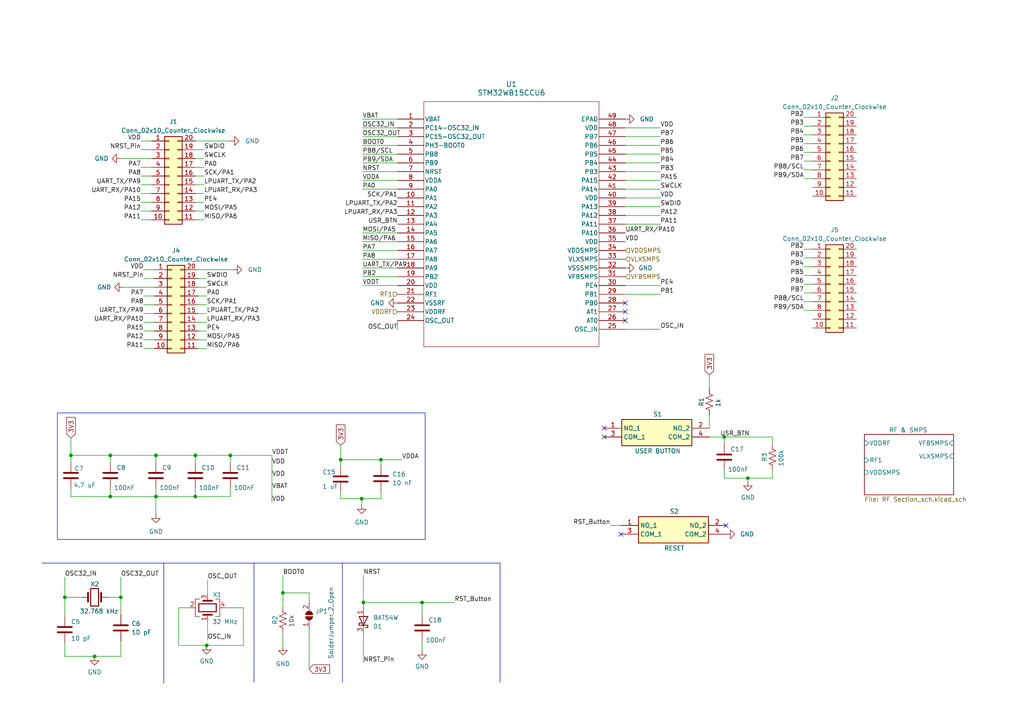
<source format=kicad_sch>
(kicad_sch (version 20230121) (generator eeschema)
  (paper "A4")
  (title_block (date "2023-12-16"))
  (lib_symbols
    (symbol "Connector_Generic:Conn_02x10_Counter_Clockwise" (pin_names (offset 1.016) hide)
      (property "Reference" "J" (at 1.27 12.7 0))
      (property "Value" "Conn_02x10_Counter_Clockwise" (at 1.27 -15.24 0))
      (symbol "Conn_02x10_Counter_Clockwise_1_1"
        (rectangle (start -1.27 -12.573) (end 0 -12.827) (stroke (width 0.1524)))
        (rectangle (start -1.27 -10.033) (end 0 -10.287) (stroke (width 0.1524)))
        (rectangle (start -1.27 -7.493) (end 0 -7.747) (stroke (width 0.1524)))
        (rectangle (start -1.27 -4.953) (end 0 -5.207) (stroke (width 0.1524)))
        (rectangle (start -1.27 -2.413) (end 0 -2.667) (stroke (width 0.1524)))
        (rectangle (start -1.27 0.127) (end 0 -0.127) (stroke (width 0.1524)))
        (rectangle (start -1.27 2.667) (end 0 2.413) (stroke (width 0.1524)))
        (rectangle (start -1.27 5.207) (end 0 4.953) (stroke (width 0.1524)))
        (rectangle (start -1.27 7.747) (end 0 7.493) (stroke (width 0.1524)))
        (rectangle (start -1.27 10.287) (end 0 10.033) (stroke (width 0.1524)))
        (rectangle (start -1.27 11.43) (end 3.81 -13.97) (stroke (width 0.254)) (fill (type background)))
        (rectangle (start 3.81 -12.573) (end 2.54 -12.827) (stroke (width 0.1524)))
        (rectangle (start 3.81 -10.033) (end 2.54 -10.287) (stroke (width 0.1524)))
        (rectangle (start 3.81 -7.493) (end 2.54 -7.747) (stroke (width 0.1524)))
        (rectangle (start 3.81 -4.953) (end 2.54 -5.207) (stroke (width 0.1524)))
        (rectangle (start 3.81 -2.413) (end 2.54 -2.667) (stroke (width 0.1524)))
        (rectangle (start 3.81 0.127) (end 2.54 -0.127) (stroke (width 0.1524)))
        (rectangle (start 3.81 2.667) (end 2.54 2.413) (stroke (width 0.1524)))
        (rectangle (start 3.81 5.207) (end 2.54 4.953) (stroke (width 0.1524)))
        (rectangle (start 3.81 7.747) (end 2.54 7.493) (stroke (width 0.1524)))
        (rectangle (start 3.81 10.287) (end 2.54 10.033) (stroke (width 0.1524)))
        (pin passive line (at -5.08 10.16 0) (length 3.81) (name "Pin_1") (number "1"))
        (pin passive line (at -5.08 -12.7 0) (length 3.81) (name "Pin_10") (number "10"))
        (pin passive line (at 7.62 -12.7 180) (length 3.81) (name "Pin_11") (number "11"))
        (pin passive line (at 7.62 -10.16 180) (length 3.81) (name "Pin_12") (number "12"))
        (pin passive line (at 7.62 -7.62 180) (length 3.81) (name "Pin_13") (number "13"))
        (pin passive line (at 7.62 -5.08 180) (length 3.81) (name "Pin_14") (number "14"))
        (pin passive line (at 7.62 -2.54 180) (length 3.81) (name "Pin_15") (number "15"))
        (pin passive line (at 7.62 0 180) (length 3.81) (name "Pin_16") (number "16"))
        (pin passive line (at 7.62 2.54 180) (length 3.81) (name "Pin_17") (number "17"))
        (pin passive line (at 7.62 5.08 180) (length 3.81) (name "Pin_18") (number "18"))
        (pin passive line (at 7.62 7.62 180) (length 3.81) (name "Pin_19") (number "19"))
        (pin passive line (at -5.08 7.62 0) (length 3.81) (name "Pin_2") (number "2"))
        (pin passive line (at 7.62 10.16 180) (length 3.81) (name "Pin_20") (number "20"))
        (pin passive line (at -5.08 5.08 0) (length 3.81) (name "Pin_3") (number "3"))
        (pin passive line (at -5.08 2.54 0) (length 3.81) (name "Pin_4") (number "4"))
        (pin passive line (at -5.08 0 0) (length 3.81) (name "Pin_5") (number "5"))
        (pin passive line (at -5.08 -2.54 0) (length 3.81) (name "Pin_6") (number "6"))
        (pin passive line (at -5.08 -5.08 0) (length 3.81) (name "Pin_7") (number "7"))
        (pin passive line (at -5.08 -7.62 0) (length 3.81) (name "Pin_8") (number "8"))
        (pin passive line (at -5.08 -10.16 0) (length 3.81) (name "Pin_9") (number "9"))
      )
    )
    (symbol "Device:C" (pin_numbers hide) (pin_names (offset 0.254))
      (property "Reference" "C" (at 0.635 2.54 0))
      (property "Value" "C" (at 0.635 -2.54 0))
      (symbol "C_0_1"
        (polyline (pts (xy -2.032 -0.762) (xy 2.032 -0.762)) (stroke (width 0.508)))
        (polyline (pts (xy -2.032 0.762) (xy 2.032 0.762)) (stroke (width 0.508)))
      )
      (symbol "C_1_1"
        (pin passive line (at 0 3.81 270) (length 2.794) (name "~") (number "1"))
        (pin passive line (at 0 -3.81 90) (length 2.794) (name "~") (number "2"))
      )
    )
    (symbol "Device:Crystal" (pin_numbers hide) (pin_names (offset 1.016) hide)
      (property "Reference" "Y" (at 0 3.81 0))
      (property "Value" "Crystal" (at 0 -3.81 0))
      (symbol "Crystal_0_1"
        (rectangle (start -1.143 2.54) (end 1.143 -2.54) (stroke (width 0.3048)))
        (polyline (pts (xy -2.54 0) (xy -1.905 0)))
        (polyline (pts (xy -1.905 -1.27) (xy -1.905 1.27)) (stroke (width 0.508)))
        (polyline (pts (xy 1.905 -1.27) (xy 1.905 1.27)) (stroke (width 0.508)))
        (polyline (pts (xy 2.54 0) (xy 1.905 0)))
      )
      (symbol "Crystal_1_1"
        (pin passive line (at -3.81 0 0) (length 1.27) (name "1") (number "1"))
        (pin passive line (at 3.81 0 180) (length 1.27) (name "2") (number "2"))
      )
    )
    (symbol "Device:Crystal_GND24" (pin_names (offset 1.016) hide)
      (property "Reference" "Y" (at 3.175 5.08 0))
      (property "Value" "Crystal_GND24" (at 3.175 3.175 0))
      (symbol "Crystal_GND24_0_1"
        (rectangle (start -1.143 2.54) (end 1.143 -2.54) (stroke (width 0.3048)))
        (polyline (pts (xy -2.54 0) (xy -2.032 0)))
        (polyline (pts (xy -2.032 -1.27) (xy -2.032 1.27)) (stroke (width 0.508)))
        (polyline (pts (xy 0 -3.81) (xy 0 -3.556)))
        (polyline (pts (xy 0 3.556) (xy 0 3.81)))
        (polyline (pts (xy 2.032 -1.27) (xy 2.032 1.27)) (stroke (width 0.508)))
        (polyline (pts (xy 2.032 0) (xy 2.54 0)))
        (polyline (pts (xy -2.54 -2.286) (xy -2.54 -3.556) (xy 2.54 -3.556) (xy 2.54 -2.286)))
        (polyline (pts (xy -2.54 2.286) (xy -2.54 3.556) (xy 2.54 3.556) (xy 2.54 2.286)))
      )
      (symbol "Crystal_GND24_1_1"
        (pin passive line (at -3.81 0 0) (length 1.27) (name "1") (number "1"))
        (pin passive line (at 0 5.08 270) (length 1.27) (name "2") (number "2"))
        (pin passive line (at 3.81 0 180) (length 1.27) (name "3") (number "3"))
        (pin passive line (at 0 -5.08 90) (length 1.27) (name "4") (number "4"))
      )
    )
    (symbol "Device:R_US" (pin_numbers hide) (pin_names (offset 0))
      (property "Reference" "R" (at 2.54 0 90))
      (property "Value" "R_US" (at -2.54 0 90))
      (symbol "R_US_0_1"
        (polyline (pts (xy 0 -2.286) (xy 0 -2.54)))
        (polyline (pts (xy 0 2.286) (xy 0 2.54)))
        (polyline (pts (xy 0 -0.762) (xy 1.016 -1.143) (xy 0 -1.524) (xy -1.016 -1.905) (xy 0 -2.286)))
        (polyline (pts (xy 0 0.762) (xy 1.016 0.381) (xy 0 0) (xy -1.016 -0.381) (xy 0 -0.762)))
        (polyline (pts (xy 0 2.286) (xy 1.016 1.905) (xy 0 1.524) (xy -1.016 1.143) (xy 0 0.762)))
      )
      (symbol "R_US_1_1"
        (pin passive line (at 0 3.81 270) (length 1.27) (name "~") (number "1"))
        (pin passive line (at 0 -3.81 90) (length 1.27) (name "~") (number "2"))
      )
    )
    (symbol "Diode:BAT54W" (pin_names (offset 1.016) hide)
      (property "Reference" "D" (at 0 2.54 0))
      (property "Value" "BAT54W" (at 0 -2.54 0))
      (symbol "BAT54W_0_1"
        (polyline (pts (xy 1.27 0) (xy -1.27 0)))
        (polyline (pts (xy 1.27 1.27) (xy 1.27 -1.27) (xy -1.27 0) (xy 1.27 1.27)) (stroke (width 0.254)))
        (polyline (pts (xy -1.905 0.635) (xy -1.905 1.27) (xy -1.27 1.27) (xy -1.27 -1.27) (xy -0.635 -1.27) (xy -0.635 -0.635)) (stroke (width 0.254)))
      )
      (symbol "BAT54W_1_1"
        (pin passive line (at 3.81 0 180) (length 2.54) (name "A") (number "1"))
        (pin no_connect line (at 0 0 90) (length 2.54) hide (name "NC") (number "2"))
        (pin passive line (at -3.81 0 0) (length 2.54) (name "K") (number "3"))
      )
    )
    (symbol "Jumper:SolderJumper_2_Open" (pin_names (offset 0) hide)
      (property "Reference" "JP" (at 0 2.032 0))
      (property "Value" "SolderJumper_2_Open" (at 0 -2.54 0))
      (symbol "SolderJumper_2_Open_0_1"
        (arc (start -0.254 1.016) (mid -1.2656 0) (end -0.254 -1.016))
        (arc (start -0.254 1.016) (mid -1.2656 0) (end -0.254 -1.016) (fill (type outline)))
        (polyline (pts (xy -0.254 1.016) (xy -0.254 -1.016)))
        (polyline (pts (xy 0.254 1.016) (xy 0.254 -1.016)))
        (arc (start 0.254 -1.016) (mid 1.2656 0) (end 0.254 1.016))
        (arc (start 0.254 -1.016) (mid 1.2656 0) (end 0.254 1.016) (fill (type outline)))
      )
      (symbol "SolderJumper_2_Open_1_1"
        (pin passive line (at -3.81 0 0) (length 2.54) (name "A") (number "1"))
        (pin passive line (at 3.81 0 180) (length 2.54) (name "B") (number "2"))
      )
    )
    (symbol "STM32WB15CCU6:STM32WB15CCU6" (pin_names (offset 0.254))
      (property "Reference" "U" (at 33.02 10.16 0))
      (property "Value" "STM32WB15CCU6" (at 33.02 7.62 0))
      (symbol "STM32WB15CCU6_0_1"
        (polyline (pts (xy 7.62 -66.04) (xy 58.42 -66.04)) (stroke (width 0.127)))
        (polyline (pts (xy 7.62 5.08) (xy 7.62 -66.04)) (stroke (width 0.127)))
        (polyline (pts (xy 58.42 -66.04) (xy 58.42 5.08)) (stroke (width 0.127)))
        (polyline (pts (xy 58.42 5.08) (xy 7.62 5.08)) (stroke (width 0.127)))
        (pin power_in line (at 0 0 0) (length 7.62) (name "VBAT") (number "1"))
        (pin bidirectional line (at 0 -22.86 0) (length 7.62) (name "PA1") (number "10"))
        (pin bidirectional line (at 0 -25.4 0) (length 7.62) (name "PA2") (number "11"))
        (pin bidirectional line (at 0 -27.94 0) (length 7.62) (name "PA3") (number "12"))
        (pin bidirectional line (at 0 -30.48 0) (length 7.62) (name "PA4") (number "13"))
        (pin bidirectional line (at 0 -33.02 0) (length 7.62) (name "PA5") (number "14"))
        (pin bidirectional line (at 0 -35.56 0) (length 7.62) (name "PA6") (number "15"))
        (pin bidirectional line (at 0 -38.1 0) (length 7.62) (name "PA7") (number "16"))
        (pin bidirectional line (at 0 -40.64 0) (length 7.62) (name "PA8") (number "17"))
        (pin bidirectional line (at 0 -43.18 0) (length 7.62) (name "PA9") (number "18"))
        (pin bidirectional line (at 0 -45.72 0) (length 7.62) (name "PB2") (number "19"))
        (pin bidirectional line (at 0 -2.54 0) (length 7.62) (name "PC14-OSC32_IN") (number "2"))
        (pin power_in line (at 0 -48.26 0) (length 7.62) (name "VDD") (number "20"))
        (pin bidirectional line (at 0 -50.8 0) (length 7.62) (name "RF1") (number "21"))
        (pin power_in line (at 0 -53.34 0) (length 7.62) (name "VSSRF") (number "22"))
        (pin power_in line (at 0 -55.88 0) (length 7.62) (name "VDDRF") (number "23"))
        (pin output line (at 0 -58.42 0) (length 7.62) (name "OSC_OUT") (number "24"))
        (pin input line (at 66.04 -60.96 180) (length 7.62) (name "OSC_IN") (number "25"))
        (pin bidirectional line (at 66.04 -58.42 180) (length 7.62) (name "AT0") (number "26"))
        (pin bidirectional line (at 66.04 -55.88 180) (length 7.62) (name "AT1") (number "27"))
        (pin bidirectional line (at 66.04 -53.34 180) (length 7.62) (name "PB0") (number "28"))
        (pin bidirectional line (at 66.04 -50.8 180) (length 7.62) (name "PB1") (number "29"))
        (pin bidirectional line (at 0 -5.08 0) (length 7.62) (name "PC15-OSC32_OUT") (number "3"))
        (pin bidirectional line (at 66.04 -48.26 180) (length 7.62) (name "PE4") (number "30"))
        (pin power_in line (at 66.04 -45.72 180) (length 7.62) (name "VFBSMPS") (number "31"))
        (pin power_in line (at 66.04 -43.18 180) (length 7.62) (name "VSSSMPS") (number "32"))
        (pin power_in line (at 66.04 -40.64 180) (length 7.62) (name "VLXSMPS") (number "33"))
        (pin power_in line (at 66.04 -38.1 180) (length 7.62) (name "VDDSMPS") (number "34"))
        (pin power_in line (at 66.04 -35.56 180) (length 7.62) (name "VDD") (number "35"))
        (pin bidirectional line (at 66.04 -33.02 180) (length 7.62) (name "PA10") (number "36"))
        (pin bidirectional line (at 66.04 -30.48 180) (length 7.62) (name "PA11") (number "37"))
        (pin bidirectional line (at 66.04 -27.94 180) (length 7.62) (name "PA12") (number "38"))
        (pin bidirectional line (at 66.04 -25.4 180) (length 7.62) (name "PA13") (number "39"))
        (pin bidirectional line (at 0 -7.62 0) (length 7.62) (name "PH3-BOOT0") (number "4"))
        (pin power_in line (at 66.04 -22.86 180) (length 7.62) (name "VDD") (number "40"))
        (pin bidirectional line (at 66.04 -20.32 180) (length 7.62) (name "PA14") (number "41"))
        (pin bidirectional line (at 66.04 -17.78 180) (length 7.62) (name "PA15") (number "42"))
        (pin bidirectional line (at 66.04 -15.24 180) (length 7.62) (name "PB3") (number "43"))
        (pin bidirectional line (at 66.04 -12.7 180) (length 7.62) (name "PB4") (number "44"))
        (pin bidirectional line (at 66.04 -10.16 180) (length 7.62) (name "PB5") (number "45"))
        (pin bidirectional line (at 66.04 -7.62 180) (length 7.62) (name "PB6") (number "46"))
        (pin bidirectional line (at 66.04 -5.08 180) (length 7.62) (name "PB7") (number "47"))
        (pin power_in line (at 66.04 -2.54 180) (length 7.62) (name "VDD") (number "48"))
        (pin power_out line (at 66.04 0 180) (length 7.62) (name "EPAD") (number "49"))
        (pin bidirectional line (at 0 -10.16 0) (length 7.62) (name "PB8") (number "5"))
        (pin bidirectional line (at 0 -12.7 0) (length 7.62) (name "PB9") (number "6"))
        (pin bidirectional line (at 0 -15.24 0) (length 7.62) (name "NRST") (number "7"))
        (pin power_in line (at 0 -17.78 0) (length 7.62) (name "VDDA") (number "8"))
        (pin bidirectional line (at 0 -20.32 0) (length 7.62) (name "PA0") (number "9"))
      )
    )
    (symbol "TS02-66-70-BK-160-LCR-D:TS02-66-70-BK-160-LCR-D"
      (property "Reference" "S" (at 26.67 7.62 0))
      (property "Value" "TS02-66-70-BK-160-LCR-D" (at 26.67 5.08 0))
      (symbol "TS02-66-70-BK-160-LCR-D_1_1"
        (rectangle (start 5.08 2.54) (end 25.4 -5.08) (stroke (width 0.254)) (fill (type background)))
        (pin passive line (at 0 0 0) (length 5.08) (name "NO_1") (number "1"))
        (pin passive line (at 30.48 0 180) (length 5.08) (name "NO_2") (number "2"))
        (pin passive line (at 0 -2.54 0) (length 5.08) (name "COM_1") (number "3"))
        (pin passive line (at 30.48 -2.54 180) (length 5.08) (name "COM_2") (number "4"))
      )
    )
    (symbol "power:GND" (power) (pin_names (offset 0))
      (property "Value" "GND" (at 0 -3.81 0))
      (symbol "GND_0_1"
        (polyline (pts (xy 0 0) (xy 0 -1.27) (xy 1.27 -1.27) (xy 0 -2.54) (xy -1.27 -1.27) (xy 0 -1.27)))
      )
      (symbol "GND_1_1"
        (pin power_in line (at 0 0 270) (length 0) hide (name "GND") (number "1"))
      )
    )
  )
  (junction (at 45.212 132.08))
  (junction (at 66.802 132.08))
  (junction (at 98.806 133.35))
  (junction (at 35.052 173.228))
  (junction (at 18.796 173.228))
  (junction (at 104.902 144.653))
  (junction (at 210.058 126.746))
  (junction (at 56.642 132.08))
  (junction (at 105.41 174.752))
  (junction (at 82.042 171.958))
  (junction (at 27.432 190.373))
  (junction (at 32.004 132.08))
  (junction (at 216.916 138.684))
  (junction (at 56.642 144.018))
  (junction (at 122.428 174.752))
  (junction (at 45.212 144.018))
  (junction (at 59.944 187.198))
  (junction (at 20.574 132.08))
  (junction (at 110.49 133.35))
  (junction (at 32.004 144.018))
  (no_connect (at 181.356 92.964))
  (no_connect (at 210.566 152.4))
  (no_connect (at 181.356 87.884))
  (no_connect (at 180.086 154.94))
  (no_connect (at 175.26 124.206))
  (no_connect (at 181.356 90.424))
  (no_connect (at 175.26 126.746))
  (wire (pts (xy 181.356 59.944) (xy 191.516 59.944)))
  (wire (pts (xy 40.894 53.594) (xy 43.942 53.594)))
  (wire (pts (xy 56.642 51.054) (xy 59.182 51.054)))
  (wire (pts (xy 105.156 49.784) (xy 115.316 49.784)))
  (wire (pts (xy 210.058 126.746) (xy 224.028 126.746)))
  (wire (pts (xy 105.156 44.704) (xy 115.316 44.704)))
  (wire (pts (xy 233.172 41.656) (xy 235.712 41.656)))
  (wire (pts (xy 181.356 95.504) (xy 191.516 95.504)))
  (wire (pts (xy 98.806 142.748) (xy 98.806 144.653)))
  (wire (pts (xy 78.867 132.08) (xy 78.867 145.669)))
  (wire (pts (xy 70.612 176.276) (xy 65.278 176.276)))
  (wire (pts (xy 56.642 56.134) (xy 59.182 56.134)))
  (wire (pts (xy 41.656 96.012) (xy 44.704 96.012)))
  (wire (pts (xy 104.902 144.653) (xy 110.49 144.653)))
  (wire (pts (xy 57.404 101.092) (xy 59.944 101.092)))
  (wire (pts (xy 181.356 47.244) (xy 191.516 47.244)))
  (wire (pts (xy 56.642 63.754) (xy 59.182 63.754)))
  (wire (pts (xy 105.156 82.804) (xy 115.316 82.804)))
  (wire (pts (xy 40.894 43.434) (xy 43.942 43.434)))
  (wire (pts (xy 41.656 101.092) (xy 44.704 101.092)))
  (wire (pts (xy 216.916 138.684) (xy 216.916 139.7)))
  (wire (pts (xy 18.796 167.386) (xy 18.796 173.228)))
  (wire (pts (xy 66.802 144.018) (xy 66.802 141.732)))
  (wire (pts (xy 18.796 190.373) (xy 27.432 190.373)))
  (wire (pts (xy 224.028 138.684) (xy 224.028 136.398)))
  (wire (pts (xy 45.212 144.018) (xy 45.212 141.732)))
  (wire (pts (xy 60.198 180.086) (xy 60.198 185.674)))
  (wire (pts (xy 181.356 65.024) (xy 191.516 65.024)))
  (wire (pts (xy 27.432 190.373) (xy 35.052 190.373)))
  (wire (pts (xy 20.574 141.732) (xy 20.574 144.018)))
  (polyline (pts (xy 73.66 163.322) (xy 73.66 197.866)))
  (wire (pts (xy 233.172 46.736) (xy 235.712 46.736)))
  (wire (pts (xy 181.356 52.324) (xy 191.516 52.324)))
  (wire (pts (xy 233.172 49.276) (xy 235.712 49.276)))
  (wire (pts (xy 20.574 127) (xy 20.574 132.08)))
  (wire (pts (xy 181.356 37.084) (xy 191.516 37.084)))
  (wire (pts (xy 105.156 42.164) (xy 115.316 42.164)))
  (wire (pts (xy 32.004 134.112) (xy 32.004 132.08)))
  (wire (pts (xy 51.816 176.276) (xy 51.816 187.198)))
  (wire (pts (xy 35.052 185.928) (xy 35.052 190.373)))
  (wire (pts (xy 41.656 78.232) (xy 44.704 78.232)))
  (wire (pts (xy 233.172 87.503) (xy 235.712 87.503)))
  (wire (pts (xy 110.49 133.35) (xy 116.586 133.35)))
  (wire (pts (xy 18.796 173.228) (xy 18.796 178.816)))
  (wire (pts (xy 122.428 174.752) (xy 122.428 178.308)))
  (wire (pts (xy 59.944 187.198) (xy 70.612 187.198)))
  (wire (pts (xy 41.656 85.852) (xy 44.704 85.852)))
  (wire (pts (xy 45.212 132.08) (xy 45.212 134.112)))
  (wire (pts (xy 70.612 187.198) (xy 70.612 176.276)))
  (wire (pts (xy 105.41 166.878) (xy 105.41 174.752)))
  (wire (pts (xy 233.172 34.036) (xy 235.712 34.036)))
  (wire (pts (xy 105.41 174.752) (xy 105.41 176.276)))
  (wire (pts (xy 105.41 183.896) (xy 105.41 192.278)))
  (wire (pts (xy 35.814 83.312) (xy 44.704 83.312)))
  (wire (pts (xy 181.356 44.704) (xy 191.516 44.704)))
  (wire (pts (xy 57.404 98.552) (xy 59.944 98.552)))
  (wire (pts (xy 56.642 144.018) (xy 56.642 141.732)))
  (wire (pts (xy 57.404 78.232) (xy 67.564 78.232)))
  (wire (pts (xy 56.642 45.974) (xy 59.182 45.974)))
  (wire (pts (xy 82.042 166.878) (xy 82.042 171.958)))
  (wire (pts (xy 105.156 72.644) (xy 115.316 72.644)))
  (wire (pts (xy 233.172 72.263) (xy 235.712 72.263)))
  (wire (pts (xy 233.172 74.803) (xy 235.712 74.803)))
  (wire (pts (xy 122.428 185.928) (xy 122.428 188.722)))
  (polyline (pts (xy 99.314 163.322) (xy 99.314 197.866)))
  (wire (pts (xy 181.356 54.864) (xy 191.516 54.864)))
  (wire (pts (xy 56.642 132.08) (xy 56.642 134.112)))
  (wire (pts (xy 45.212 144.018) (xy 56.642 144.018)))
  (wire (pts (xy 41.656 98.552) (xy 44.704 98.552)))
  (polyline (pts (xy 145.034 163.322) (xy 145.034 197.866)))
  (wire (pts (xy 115.316 95.758) (xy 115.316 92.964)))
  (wire (pts (xy 105.156 70.104) (xy 115.316 70.104)))
  (wire (pts (xy 60.198 168.148) (xy 60.198 172.466)))
  (wire (pts (xy 40.894 63.754) (xy 43.942 63.754)))
  (wire (pts (xy 233.172 90.043) (xy 235.712 90.043)))
  (wire (pts (xy 233.172 51.816) (xy 235.712 51.816)))
  (wire (pts (xy 35.052 173.228) (xy 35.052 178.308)))
  (wire (pts (xy 40.894 51.054) (xy 43.942 51.054)))
  (wire (pts (xy 224.028 126.746) (xy 224.028 128.778)))
  (wire (pts (xy 56.642 48.514) (xy 59.182 48.514)))
  (wire (pts (xy 210.058 126.746) (xy 210.058 128.778)))
  (wire (pts (xy 40.894 40.894) (xy 43.942 40.894)))
  (wire (pts (xy 98.806 133.35) (xy 98.806 135.128)))
  (wire (pts (xy 181.356 42.164) (xy 191.516 42.164)))
  (wire (pts (xy 35.052 167.386) (xy 35.052 173.228)))
  (wire (pts (xy 104.902 144.653) (xy 104.902 146.431)))
  (wire (pts (xy 66.802 132.08) (xy 78.867 132.08)))
  (wire (pts (xy 181.356 39.624) (xy 191.516 39.624)))
  (wire (pts (xy 41.656 93.472) (xy 44.704 93.472)))
  (wire (pts (xy 89.662 171.958) (xy 82.042 171.958)))
  (wire (pts (xy 105.156 47.244) (xy 115.316 47.244)))
  (wire (pts (xy 41.656 80.772) (xy 44.704 80.772)))
  (wire (pts (xy 98.806 133.35) (xy 110.49 133.35)))
  (wire (pts (xy 233.172 44.196) (xy 235.712 44.196)))
  (wire (pts (xy 205.74 126.746) (xy 210.058 126.746)))
  (wire (pts (xy 35.052 45.974) (xy 43.942 45.974)))
  (wire (pts (xy 82.042 171.958) (xy 82.042 176.022)))
  (wire (pts (xy 56.642 40.894) (xy 66.802 40.894)))
  (wire (pts (xy 233.172 36.576) (xy 235.712 36.576)))
  (wire (pts (xy 89.662 182.372) (xy 89.662 194.056)))
  (wire (pts (xy 122.428 174.752) (xy 131.826 174.752)))
  (wire (pts (xy 105.156 37.084) (xy 115.316 37.084)))
  (wire (pts (xy 233.172 77.343) (xy 235.712 77.343)))
  (wire (pts (xy 41.656 90.932) (xy 44.704 90.932)))
  (wire (pts (xy 181.356 49.784) (xy 191.516 49.784)))
  (wire (pts (xy 205.74 120.396) (xy 205.74 124.206)))
  (polyline (pts (xy 99.314 163.322) (xy 145.034 163.322)))
  (wire (pts (xy 45.212 132.08) (xy 32.004 132.08)))
  (wire (pts (xy 56.642 43.434) (xy 59.182 43.434)))
  (wire (pts (xy 40.894 48.514) (xy 43.942 48.514)))
  (wire (pts (xy 51.816 187.198) (xy 59.944 187.198)))
  (wire (pts (xy 181.356 62.484) (xy 191.516 62.484)))
  (wire (pts (xy 45.212 144.018) (xy 45.212 149.098)))
  (wire (pts (xy 82.042 183.642) (xy 82.042 187.452)))
  (wire (pts (xy 177.038 152.4) (xy 180.086 152.4)))
  (wire (pts (xy 233.172 79.883) (xy 235.712 79.883)))
  (wire (pts (xy 57.404 88.392) (xy 59.944 88.392)))
  (wire (pts (xy 205.74 108.712) (xy 205.74 112.776)))
  (wire (pts (xy 210.058 138.684) (xy 216.916 138.684)))
  (wire (pts (xy 56.642 132.08) (xy 45.212 132.08)))
  (polyline (pts (xy 80.518 163.322) (xy 99.314 163.322)))
  (wire (pts (xy 105.156 52.324) (xy 115.316 52.324)))
  (polyline (pts (xy 12.192 163.322) (xy 80.518 163.322)))
  (wire (pts (xy 57.404 96.012) (xy 59.944 96.012)))
  (wire (pts (xy 56.642 53.594) (xy 59.182 53.594)))
  (wire (pts (xy 57.404 85.852) (xy 59.944 85.852)))
  (wire (pts (xy 181.356 85.344) (xy 191.516 85.344)))
  (wire (pts (xy 40.894 58.674) (xy 43.942 58.674)))
  (wire (pts (xy 98.806 129.159) (xy 98.806 133.35)))
  (wire (pts (xy 233.172 82.423) (xy 235.712 82.423)))
  (wire (pts (xy 20.574 144.018) (xy 32.004 144.018)))
  (wire (pts (xy 32.004 141.732) (xy 32.004 144.018)))
  (wire (pts (xy 105.156 80.264) (xy 115.316 80.264)))
  (wire (pts (xy 105.156 39.624) (xy 115.316 39.624)))
  (wire (pts (xy 89.662 174.752) (xy 89.662 171.958)))
  (wire (pts (xy 41.656 88.392) (xy 44.704 88.392)))
  (wire (pts (xy 210.058 136.398) (xy 210.058 138.684)))
  (wire (pts (xy 66.802 134.112) (xy 66.802 132.08)))
  (wire (pts (xy 57.404 80.772) (xy 59.944 80.772)))
  (wire (pts (xy 110.49 144.653) (xy 110.49 142.621)))
  (wire (pts (xy 20.574 132.08) (xy 20.574 134.112)))
  (wire (pts (xy 56.642 58.674) (xy 59.182 58.674)))
  (wire (pts (xy 105.156 54.864) (xy 115.316 54.864)))
  (wire (pts (xy 56.642 61.214) (xy 59.182 61.214)))
  (wire (pts (xy 105.156 77.724) (xy 115.316 77.724)))
  (wire (pts (xy 105.156 34.544) (xy 115.316 34.544)))
  (wire (pts (xy 105.41 174.752) (xy 122.428 174.752)))
  (wire (pts (xy 31.242 173.228) (xy 35.052 173.228)))
  (wire (pts (xy 57.404 90.932) (xy 59.944 90.932)))
  (polyline (pts (xy 47.498 163.322) (xy 47.498 198.12)))
  (wire (pts (xy 181.356 57.404) (xy 191.516 57.404)))
  (wire (pts (xy 57.404 93.472) (xy 59.944 93.472)))
  (wire (pts (xy 105.156 67.564) (xy 115.316 67.564)))
  (wire (pts (xy 105.156 75.184) (xy 115.316 75.184)))
  (wire (pts (xy 110.49 135.001) (xy 110.49 133.35)))
  (wire (pts (xy 56.642 144.018) (xy 66.802 144.018)))
  (wire (pts (xy 18.796 186.436) (xy 18.796 190.373)))
  (wire (pts (xy 40.894 61.214) (xy 43.942 61.214)))
  (wire (pts (xy 66.802 132.08) (xy 56.642 132.08)))
  (wire (pts (xy 181.356 82.804) (xy 191.516 82.804)))
  (wire (pts (xy 233.172 39.116) (xy 235.712 39.116)))
  (wire (pts (xy 32.004 144.018) (xy 45.212 144.018)))
  (wire (pts (xy 98.806 144.653) (xy 104.902 144.653)))
  (wire (pts (xy 233.172 84.963) (xy 235.712 84.963)))
  (wire (pts (xy 23.622 173.228) (xy 18.796 173.228)))
  (wire (pts (xy 32.004 132.08) (xy 20.574 132.08)))
  (wire (pts (xy 57.404 83.312) (xy 59.944 83.312)))
  (wire (pts (xy 40.894 56.134) (xy 43.942 56.134)))
  (wire (pts (xy 216.916 138.684) (xy 224.028 138.684)))
  (wire (pts (xy 55.118 176.276) (xy 51.816 176.276)))
  (rectangle (start 16.637 119.761) (end 123.317 156.464))
  (label "MISO{slash}PA6" (at 59.182 63.754 0))
  (label "OSC32_IN" (at 105.156 37.084 0))
  (label "NRST" (at 105.41 166.878 0))
  (label "SCK{slash}PA1" (at 59.182 51.054 0))
  (label "VDD" (at 191.516 37.084 0))
  (label "OSC32_OUT" (at 35.052 167.386 0))
  (label "PB7" (at 191.516 39.624 0))
  (label "PA0" (at 59.182 48.514 0))
  (label "PB5" (at 233.172 41.656 180))
  (label "VDD" (at 40.894 40.894 180))
  (label "MISO{slash}PA6" (at 59.944 101.092 0))
  (label "BOOT0" (at 105.156 42.164 0))
  (label "NRST_Pin" (at 41.656 80.772 180))
  (label "SWCLK" (at 59.944 83.312 0))
  (label "OSC32_IN" (at 18.796 167.386 0))
  (label "VDD" (at 78.867 138.43 0))
  (label "PB5" (at 191.516 44.704 0))
  (label "PA7" (at 105.156 72.644 0))
  (label "UART_RX{slash}PA10" (at 181.356 67.564 0))
  (label "VBAT" (at 105.156 34.544 0))
  (label "PB8{slash}SCL" (at 233.172 49.276 180))
  (label "PB9{slash}SDA" (at 233.172 51.816 180))
  (label "OSC_OUT" (at 115.316 95.758 180))
  (label "LPUART_RX{slash}PA3" (at 59.182 56.134 0))
  (label "PA7" (at 40.894 48.514 180))
  (label "OSC_OUT" (at 60.198 168.148 0))
  (label "PB7" (at 233.172 84.963 180))
  (label "PB1" (at 191.516 85.344 0))
  (label "MOSI{slash}PA5" (at 59.944 98.552 0))
  (label "PB6" (at 233.172 44.196 180))
  (label "PB8{slash}SCL" (at 233.172 87.503 180))
  (label "UART_TX{slash}PA9" (at 41.656 90.932 180))
  (label "USR_BTN" (at 115.316 65.024 180))
  (label "PA11" (at 41.656 101.092 180))
  (label "LPUART_TX{slash}PA2" (at 115.316 59.944 180))
  (label "OSC_IN" (at 191.516 95.504 0))
  (label "SWCLK" (at 59.182 45.974 0))
  (label "SWDIO" (at 59.944 80.772 0))
  (label "LPUART_RX{slash}PA3" (at 115.316 62.484 180))
  (label "VBAT" (at 78.867 141.986 0))
  (label "RST_Button" (at 131.826 174.752 0))
  (label "PB4" (at 191.516 47.244 0))
  (label "PB3" (at 191.516 49.784 0))
  (label "PE4" (at 59.944 96.012 0))
  (label "BOOT0" (at 82.042 166.878 0))
  (label "LPUART_TX{slash}PA2" (at 59.182 53.594 0))
  (label "PA12" (at 40.894 61.214 180))
  (label "PA12" (at 41.656 98.552 180))
  (label "PA12" (at 191.516 62.484 0))
  (label "PA0" (at 105.156 54.864 0))
  (label "PA15" (at 191.516 52.324 0))
  (label "UART_TX{slash}PA9" (at 105.156 77.724 0))
  (label "PE4" (at 59.182 58.674 0))
  (label "NRST" (at 105.156 49.784 0))
  (label "PB2" (at 233.172 72.263 180))
  (label "MISO{slash}PA6" (at 105.156 70.104 0))
  (label "PB4" (at 233.172 39.116 180))
  (label "SWCLK" (at 191.516 54.864 0))
  (label "PA15" (at 40.894 58.674 180))
  (label "OSC_IN" (at 60.198 185.674 0))
  (label "VDD" (at 41.656 78.232 180))
  (label "PE4" (at 191.516 82.804 0))
  (label "VDDT" (at 105.156 82.804 0))
  (label "SCK{slash}PA1" (at 115.316 57.404 180))
  (label "UART_RX{slash}PA10" (at 40.894 56.134 180))
  (label "PA15" (at 41.656 96.012 180))
  (label "PB3" (at 233.172 74.803 180))
  (label "PA8" (at 40.894 51.054 180))
  (label "UART_RX{slash}PA10" (at 41.656 93.472 180))
  (label "PB3" (at 233.172 36.576 180))
  (label "PB9{slash}SDA" (at 105.156 47.244 0))
  (label "VDD" (at 78.867 145.669 0))
  (label "SWDIO" (at 59.182 43.434 0))
  (label "PA8" (at 105.156 75.184 0))
  (label "NRST_Pin" (at 105.41 192.278 0))
  (label "VDDT" (at 78.867 132.08 0))
  (label "PB9{slash}SDA" (at 233.172 90.043 180))
  (label "MOSI{slash}PA5" (at 105.156 67.564 0))
  (label "PB7" (at 233.172 46.736 180))
  (label "PB2" (at 105.156 80.264 0))
  (label "PA7" (at 41.656 85.852 180))
  (label "LPUART_RX{slash}PA3" (at 59.944 93.472 0))
  (label "OSC32_OUT" (at 105.156 39.624 0))
  (label "SWDIO" (at 191.516 59.944 0))
  (label "VDD" (at 181.356 70.104 0))
  (label "RST_Button" (at 177.038 152.4 180))
  (label "UART_TX{slash}PA9" (at 40.894 53.594 180))
  (label "PA11" (at 40.894 63.754 180))
  (label "PA11" (at 191.516 65.024 0))
  (label "PA0" (at 59.944 85.852 0))
  (label "VDD" (at 191.516 57.404 0))
  (label "PB2" (at 233.172 34.036 180))
  (label "USR_BTN" (at 217.424 126.746 180))
  (label "NRST_Pin" (at 40.894 43.434 180))
  (label "VDDA" (at 105.156 52.324 0))
  (label "PB5" (at 233.172 79.883 180))
  (label "LPUART_TX{slash}PA2" (at 59.944 90.932 0))
  (label "PB8{slash}SCL" (at 105.156 44.704 0))
  (label "SCK{slash}PA1" (at 59.944 88.392 0))
  (label "VDD" (at 78.867 134.874 0))
  (label "PB4" (at 233.172 77.343 180))
  (label "PB6" (at 233.172 82.423 180))
  (label "PB6" (at 191.516 42.164 0))
  (label "PA8" (at 41.656 88.392 180))
  (label "VDDA" (at 116.586 133.35 0))
  (label "MOSI{slash}PA5" (at 59.182 61.214 0))
  (global_label "3V3" (shape input) (at 205.74 108.712 90) (property "Intersheetrefs" "${INTERSHEET_REFS}" (effects hide)))
  (global_label "3V3" (shape input) (at 20.574 127 90) (property "Intersheetrefs" "${INTERSHEET_REFS}" (effects hide)))
  (global_label "3V3" (shape input) (at 89.662 194.056 0) (property "Intersheetrefs" "${INTERSHEET_REFS}" (effects hide)))
  (global_label "3V3" (shape input) (at 98.806 129.159 90) (property "Intersheetrefs" "${INTERSHEET_REFS}" (effects hide)))
  (hierarchical_label "VFBSMPS" (shape input) (at 181.356 80.264 0))
  (hierarchical_label "VLXSMPS" (shape input) (at 181.356 75.184 0))
  (hierarchical_label "VDDRF" (shape input) (at 115.316 90.424 180))
  (hierarchical_label "VDDSMPS" (shape input) (at 181.356 72.644 0))
  (hierarchical_label "RF1" (shape input) (at 115.316 85.344 180))
  (symbol (lib_id "power:GND") (at 35.052 45.974 270) (unit 1)
    (property "Reference" "#PWR024" (effects hide))
    (property "Value" "GND" (at 31.496 45.974 90) (effects (justify right)))
  )
  (symbol (lib_id "STM32WB15CCU6:STM32WB15CCU6") (at 115.316 34.544 0) (unit 1)
    (property "Reference" "U1" (at 148.336 24.384 0) (effects (font (size 1.524 1.524))))
    (property "Value" "STM32WB15CCU6" (at 148.336 26.924 0) (effects (font (size 1.524 1.524))))
    (property "Footprint" "QFPN_15CCU6_STM" (effects hide))
    (property "Datasheet" "STM32WB15CCU6" (effects hide))
  )
  (symbol (lib_id "Device:R_US") (at 82.042 179.832 180) (unit 1)
    (property "Reference" "R2" (at 79.756 179.832 90))
    (property "Value" "10k" (at 84.582 180.086 90))
    (property "Footprint" "Resistor_SMD:R_1206_3216Metric" (effects hide))
  )
  (symbol (lib_id "power:GND") (at 67.564 78.232 90) (unit 1)
    (property "Reference" "#PWR026" (effects hide))
    (property "Value" "GND" (at 71.882 78.232 90) (effects (justify right)))
  )
  (symbol (lib_id "Device:C") (at 18.796 182.626 0) (unit 1)
    (property "Reference" "C5" (at 20.574 180.34 0) (effects (justify left)))
    (property "Value" "10 pF" (at 20.574 185.166 0) (effects (justify left)))
    (property "Footprint" "Capacitor_SMD:C_0402_1005Metric" (effects hide))
  )
  (symbol (lib_id "Device:C") (at 35.052 182.118 0) (unit 1)
    (property "Reference" "C6" (at 38.1 180.848 0) (effects (justify left)))
    (property "Value" "10 pF" (at 38.1 183.388 0) (effects (justify left)))
    (property "Footprint" "Capacitor_SMD:C_0402_1005Metric" (effects hide))
  )
  (symbol (lib_id "power:GND") (at 115.316 87.884 270) (unit 1)
    (property "Reference" "#PWR027" (effects hide))
    (property "Value" "GND" (at 111.506 87.884 90) (effects (justify right)))
  )
  (symbol (lib_id "Connector_Generic:Conn_02x10_Counter_Clockwise") (at 49.022 51.054 0) (unit 1)
    (property "Reference" "J1" (at 50.292 35.306 0))
    (property "Value" "Conn_02x10_Counter_Clockwise" (at 50.292 37.846 0))
    (property "Footprint" "Connector_PinSocket_2.54mm:PinSocket_2x10_P2.54mm_Vertical" (effects hide))
  )
  (symbol (lib_id "Device:C") (at 32.004 137.922 0) (unit 1)
    (property "Reference" "C8" (at 33.782 135.636 0) (effects (justify left)))
    (property "Value" "100nF" (at 33.02 141.478 0) (effects (justify left)))
    (property "Footprint" "Capacitor_SMD:C_0402_1005Metric" (effects hide))
  )
  (symbol (lib_id "TS02-66-70-BK-160-LCR-D:TS02-66-70-BK-160-LCR-D") (at 180.086 152.4 0) (unit 1)
    (property "Reference" "S2" (at 195.58 148.336 0))
    (property "Value" "RESET" (at 195.58 159.004 0))
    (property "Footprint" "TS026670BK160LCRD" (effects hide))
    (property "Datasheet" "https://www.cuidevices.com/product/resource/ts02.pdf" (effects hide))
    (property "Height" "7.2" (effects hide))
    (property "Manufacturer_Name" "CUI Devices" (effects hide))
    (property "Manufacturer_Part_Number" "TS02-66-70-BK-160-LCR-D" (effects hide))
    (property "Mouser Part Number" "179-TS026670BK160LCR" (effects hide))
    (property "Mouser Price/Stock" "https://www.mouser.co.uk/ProductDetail/CUI-Devices/TS02-66-70-BK-160-LCR-D?qs=A6eO%252BMLsxmSQ8aVkS4Cu7Q%3D%3D" (effects hide))
    (property "Arrow Part Number" "TS02-66-70-BK-160-LCR-D" (effects hide))
    (property "Arrow Price/Stock" "https://www.arrow.com/en/products/ts02-66-70-bk-160-lcr-d/cui-devices?region=nac" (effects hide))
  )
  (symbol (lib_id "power:GND") (at 66.802 40.894 90) (unit 1)
    (property "Reference" "#PWR023" (effects hide))
    (property "Value" "GND" (at 71.12 40.894 90) (effects (justify right)))
  )
  (symbol (lib_id "Device:C") (at 45.212 137.922 0) (unit 1)
    (property "Reference" "C9" (at 46.99 135.636 0) (effects (justify left)))
    (property "Value" "100nF" (at 46.228 141.478 0) (effects (justify left)))
    (property "Footprint" "Capacitor_SMD:C_0402_1005Metric" (effects hide))
  )
  (symbol (lib_id "power:GND") (at 122.428 188.722 0) (unit 1)
    (property "Reference" "#PWR09" (effects hide))
    (property "Value" "GND" (at 122.428 193.294 0))
  )
  (symbol (lib_id "Device:C") (at 210.058 132.588 0) (unit 1)
    (property "Reference" "C17" (at 211.836 130.302 0) (effects (justify left)))
    (property "Value" "100nF" (at 211.074 136.144 0) (effects (justify left)))
    (property "Footprint" "Capacitor_SMD:C_0402_1005Metric" (effects hide))
  )
  (symbol (lib_id "power:GND") (at 27.432 190.373 0) (unit 1)
    (property "Reference" "#PWR02" (effects hide))
    (property "Value" "GND" (at 27.432 194.945 0))
  )
  (symbol (lib_id "power:GND") (at 35.814 83.312 270) (unit 1)
    (property "Reference" "#PWR025" (effects hide))
    (property "Value" "GND" (at 32.258 83.312 90) (effects (justify right)))
  )
  (symbol (lib_id "Device:Crystal") (at 27.432 173.228 180) (unit 1)
    (property "Reference" "X2" (at 26.162 169.418 0) (effects (justify right)))
    (property "Value" "32.768 kHz" (at 23.114 177.292 0) (effects (justify right)))
    (property "Footprint" "Crystal:Crystal_SMD_2012-2Pin_2.0x1.2mm" (effects hide))
  )
  (symbol (lib_id "Diode:BAT54W") (at 105.41 180.086 270) (mirror x) (unit 1)
    (property "Reference" "D1" (at 108.204 181.6735 90) (effects (justify left)))
    (property "Value" "BAT54W" (at 108.204 179.1335 90) (effects (justify left)))
    (property "Footprint" "Package_TO_SOT_SMD:SOT-323_SC-70" (effects hide))
    (property "Datasheet" "https://assets.nexperia.com/documents/data-sheet/BAT54W_SER.pdf" (effects hide))
  )
  (symbol (lib_id "power:GND") (at 210.566 154.94 90) (unit 1)
    (property "Reference" "#PWR021" (effects hide))
    (property "Value" "GND" (at 214.63 154.94 90) (effects (justify right)))
  )
  (symbol (lib_id "power:GND") (at 45.212 149.098 0) (unit 1)
    (property "Reference" "#PWR018" (effects hide))
    (property "Value" "GND" (at 45.212 154.178 0))
  )
  (symbol (lib_id "power:GND") (at 59.944 187.198 0) (unit 1)
    (property "Reference" "#PWR05" (effects hide))
    (property "Value" "GND" (at 59.944 191.77 0))
  )
  (symbol (lib_id "Device:C") (at 56.642 137.922 0) (unit 1)
    (property "Reference" "C10" (at 58.42 135.636 0) (effects (justify left)))
    (property "Value" "100nF" (at 57.658 141.478 0) (effects (justify left)))
    (property "Footprint" "Capacitor_SMD:C_0402_1005Metric" (effects hide))
  )
  (symbol (lib_id "Device:R_US") (at 224.028 132.588 180) (unit 1)
    (property "Reference" "R3" (at 221.742 132.588 90))
    (property "Value" "100k" (at 226.568 132.842 90))
    (property "Footprint" "Resistor_SMD:R_1206_3216Metric" (effects hide))
  )
  (symbol (lib_id "Device:R_US") (at 205.74 116.586 180) (unit 1)
    (property "Reference" "R1" (at 203.454 116.586 90))
    (property "Value" "1k" (at 208.28 116.84 90))
    (property "Footprint" "Resistor_SMD:R_1206_3216Metric" (effects hide))
  )
  (symbol (lib_id "Jumper:SolderJumper_2_Open") (at 89.662 178.562 90) (unit 1)
    (property "Reference" "JP1" (at 91.44 177.292 90) (effects (justify right)))
    (property "Value" "SolderJumper_2_Open" (at 96.012 170.18 0) (effects (justify right)))
    (property "Footprint" "Resistor_SMD:R_1812_4532Metric" (effects hide))
  )
  (symbol (lib_id "Device:C") (at 20.574 137.922 0) (unit 1)
    (property "Reference" "C7" (at 21.59 135.89 0) (effects (justify left)))
    (property "Value" "4.7 uF" (at 21.336 140.716 0) (effects (justify left)))
    (property "Footprint" "Capacitor_THT:CP_Radial_D5.0mm_P2.00mm" (effects hide))
  )
  (symbol (lib_id "Connector_Generic:Conn_02x10_Counter_Clockwise") (at 240.792 82.423 0) (unit 1)
    (property "Reference" "J5" (at 242.062 66.675 0))
    (property "Value" "Conn_02x10_Counter_Clockwise" (at 242.062 69.215 0))
    (property "Footprint" "Connector_PinSocket_2.54mm:PinSocket_2x10_P2.54mm_Vertical" (effects hide))
  )
  (symbol (lib_id "power:GND") (at 181.356 34.544 90) (unit 1)
    (property "Reference" "#PWR020" (effects hide))
    (property "Value" "GND" (at 185.547 34.544 90) (effects (justify right)))
  )
  (symbol (lib_id "power:GND") (at 181.356 77.724 90) (unit 1)
    (property "Reference" "#PWR01" (effects hide))
    (property "Value" "GND" (at 185.166 77.724 90) (effects (justify right)))
  )
  (symbol (lib_id "power:GND") (at 82.042 187.452 0) (unit 1)
    (property "Reference" "#PWR06" (effects hide))
    (property "Value" "GND" (at 82.042 192.532 0))
  )
  (symbol (lib_id "Device:Crystal_GND24") (at 60.198 176.276 90) (unit 1)
    (property "Reference" "X1" (at 62.992 172.466 90))
    (property "Value" "32 MHz" (at 65.278 180.34 90))
    (property "Footprint" "Crystal:Crystal_SMD_2016-4Pin_2.0x1.6mm" (effects hide))
  )
  (symbol (lib_id "Connector_Generic:Conn_02x10_Counter_Clockwise") (at 240.792 44.196 0) (unit 1)
    (property "Reference" "J2" (at 242.062 28.448 0))
    (property "Value" "Conn_02x10_Counter_Clockwise" (at 242.062 30.988 0))
    (property "Footprint" "Connector_PinSocket_2.54mm:PinSocket_2x10_P2.54mm_Vertical" (effects hide))
  )
  (symbol (lib_id "Device:C") (at 98.806 138.938 0) (unit 1)
    (property "Reference" "C15" (at 93.472 136.906 0) (effects (justify left)))
    (property "Value" "1 uF" (at 93.472 141.097 0) (effects (justify left)))
    (property "Footprint" "Capacitor_SMD:C_0402_1005Metric_Pad0.74x0.62mm_HandSolder" (effects hide))
  )
  (symbol (lib_id "Device:C") (at 66.802 137.922 0) (unit 1)
    (property "Reference" "C11" (at 68.58 135.636 0) (effects (justify left)))
    (property "Value" "100nF" (at 67.818 141.478 0) (effects (justify left)))
    (property "Footprint" "Capacitor_SMD:C_0402_1005Metric" (effects hide))
  )
  (symbol (lib_id "Device:C") (at 110.49 138.811 0) (unit 1)
    (property "Reference" "C16" (at 113.792 137.541 0) (effects (justify left)))
    (property "Value" "10 nF" (at 113.792 140.081 0) (effects (justify left)))
    (property "Footprint" "Capacitor_SMD:C_0402_1005Metric" (effects hide))
  )
  (symbol (lib_id "Device:C") (at 122.428 182.118 0) (unit 1)
    (property "Reference" "C18" (at 124.206 179.832 0) (effects (justify left)))
    (property "Value" "100nF" (at 123.444 185.674 0) (effects (justify left)))
    (property "Footprint" "Capacitor_SMD:C_0402_1005Metric" (effects hide))
  )
  (symbol (lib_id "Connector_Generic:Conn_02x10_Counter_Clockwise") (at 49.784 88.392 0) (unit 1)
    (property "Reference" "J4" (at 51.054 72.644 0))
    (property "Value" "Conn_02x10_Counter_Clockwise" (at 51.054 75.184 0))
    (property "Footprint" "Connector_PinSocket_2.54mm:PinSocket_2x10_P2.54mm_Vertical" (effects hide))
  )
  (symbol (lib_id "TS02-66-70-BK-160-LCR-D:TS02-66-70-BK-160-LCR-D") (at 175.26 124.206 0) (unit 1)
    (property "Reference" "S1" (at 190.754 120.142 0))
    (property "Value" "USER BUTTON" (at 190.754 130.81 0))
    (property "Footprint" "TS026670BK160LCRD" (effects hide))
    (property "Datasheet" "https://www.cuidevices.com/product/resource/ts02.pdf" (effects hide))
    (property "Height" "7.2" (effects hide))
    (property "Manufacturer_Name" "CUI Devices" (effects hide))
    (property "Manufacturer_Part_Number" "TS02-66-70-BK-160-LCR-D" (effects hide))
    (property "Mouser Part Number" "179-TS026670BK160LCR" (effects hide))
    (property "Mouser Price/Stock" "https://www.mouser.co.uk/ProductDetail/CUI-Devices/TS02-66-70-BK-160-LCR-D?qs=A6eO%252BMLsxmSQ8aVkS4Cu7Q%3D%3D" (effects hide))
    (property "Arrow Part Number" "TS02-66-70-BK-160-LCR-D" (effects hide))
    (property "Arrow Price/Stock" "https://www.arrow.com/en/products/ts02-66-70-bk-160-lcr-d/cui-devices?region=nac" (effects hide))
  )
  (symbol (lib_id "power:GND") (at 104.902 146.431 0) (unit 1)
    (property "Reference" "#PWR019" (effects hide))
    (property "Value" "GND" (at 104.902 151.511 0))
  )
  (symbol (lib_id "power:GND") (at 216.916 139.7 0) (unit 1)
    (property "Reference" "#PWR022" (effects hide))
    (property "Value" "GND" (at 216.916 144.272 0))
  )
  (sheet (at 250.698 125.984) (size 25.908 17.526) (stroke (width 0.1524))
    (property "Sheetname" "RF & SMPS" (at 257.81 125.476 0) (effects (justify left bottom)))
    (property "Sheetfile" " RF Section_sch.kicad_sch" (at 250.698 144.0946 0) (effects (justify left top)))
    (pin "VDDRF" input (at 250.698 128.524 180))
    (pin "RF1" input (at 250.698 133.477 180))
    (pin "VDDSMPS" input (at 250.698 137.033 180))
    (pin "VFBSMPS" input (at 276.606 128.524 0))
    (pin "VLXSMPS" input (at 276.606 132.334 0))
  )
)
</source>
